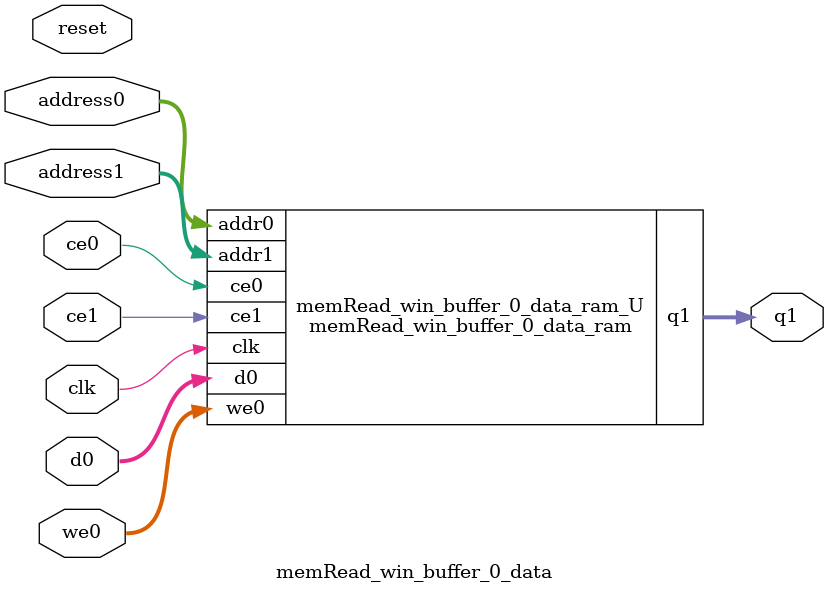
<source format=v>
`timescale 1 ns / 1 ps
module memRead_win_buffer_0_data_ram (addr0, ce0, d0, we0, addr1, ce1, q1,  clk);

parameter DWIDTH = 16;
parameter AWIDTH = 13;
parameter MEM_SIZE = 6272;
parameter COL_WIDTH = 8;
parameter NUM_COL = (DWIDTH/COL_WIDTH);

input[AWIDTH-1:0] addr0;
input ce0;
input[DWIDTH-1:0] d0;
input [NUM_COL-1:0] we0;
input[AWIDTH-1:0] addr1;
input ce1;
output reg[DWIDTH-1:0] q1;
input clk;

reg [DWIDTH-1:0] ram[0:MEM_SIZE-1];



genvar i;

generate
    for (i=0;i<NUM_COL;i=i+1) begin
        always @(posedge clk) begin
            if (ce0) begin
                if (we0[i])
                    ram[addr0][i*COL_WIDTH +: COL_WIDTH] <= d0[i*COL_WIDTH +: COL_WIDTH]; 
            end
        end
    end
endgenerate


always @(posedge clk) begin
    if (ce1) begin
        q1 <= ram[addr1];
    end
end


endmodule

`timescale 1 ns / 1 ps
module memRead_win_buffer_0_data(
    reset,
    clk,
    address0,
    ce0,
    we0,
    d0,
    address1,
    ce1,
    q1);

parameter DataWidth = 32'd16;
parameter AddressRange = 32'd6272;
parameter AddressWidth = 32'd13;
input reset;
input clk;
input[AddressWidth - 1:0] address0;
input ce0;
input[DataWidth/8 - 1:0] we0;
input[DataWidth - 1:0] d0;
input[AddressWidth - 1:0] address1;
input ce1;
output[DataWidth - 1:0] q1;



memRead_win_buffer_0_data_ram memRead_win_buffer_0_data_ram_U(
    .clk( clk ),
    .addr0( address0 ),
    .ce0( ce0 ),
    .we0( we0 ),
    .d0( d0 ),
    .addr1( address1 ),
    .ce1( ce1 ),
    .q1( q1 ));

endmodule


</source>
